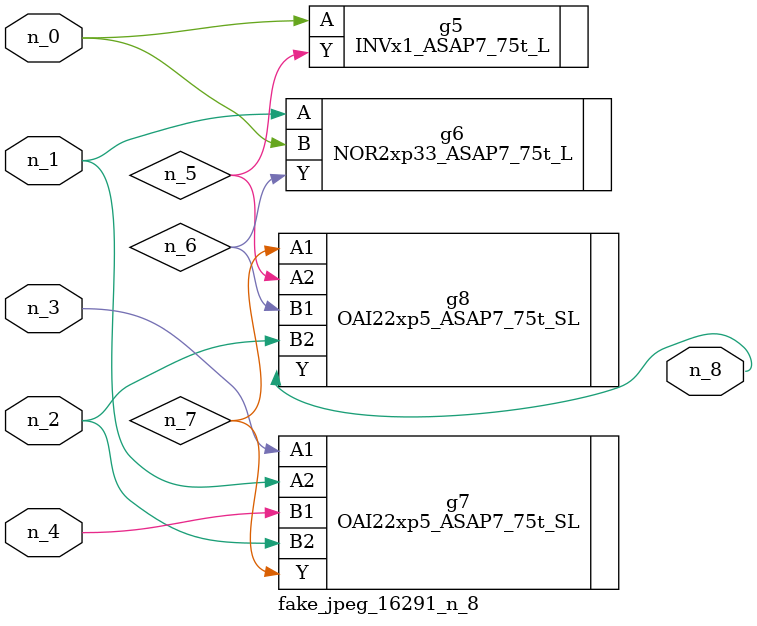
<source format=v>
module fake_jpeg_16291_n_8 (n_3, n_2, n_1, n_0, n_4, n_8);

input n_3;
input n_2;
input n_1;
input n_0;
input n_4;

output n_8;

wire n_6;
wire n_5;
wire n_7;

INVx1_ASAP7_75t_L g5 ( 
.A(n_0),
.Y(n_5)
);

NOR2xp33_ASAP7_75t_L g6 ( 
.A(n_1),
.B(n_0),
.Y(n_6)
);

OAI22xp5_ASAP7_75t_SL g7 ( 
.A1(n_3),
.A2(n_1),
.B1(n_4),
.B2(n_2),
.Y(n_7)
);

OAI22xp5_ASAP7_75t_SL g8 ( 
.A1(n_7),
.A2(n_5),
.B1(n_6),
.B2(n_2),
.Y(n_8)
);


endmodule
</source>
